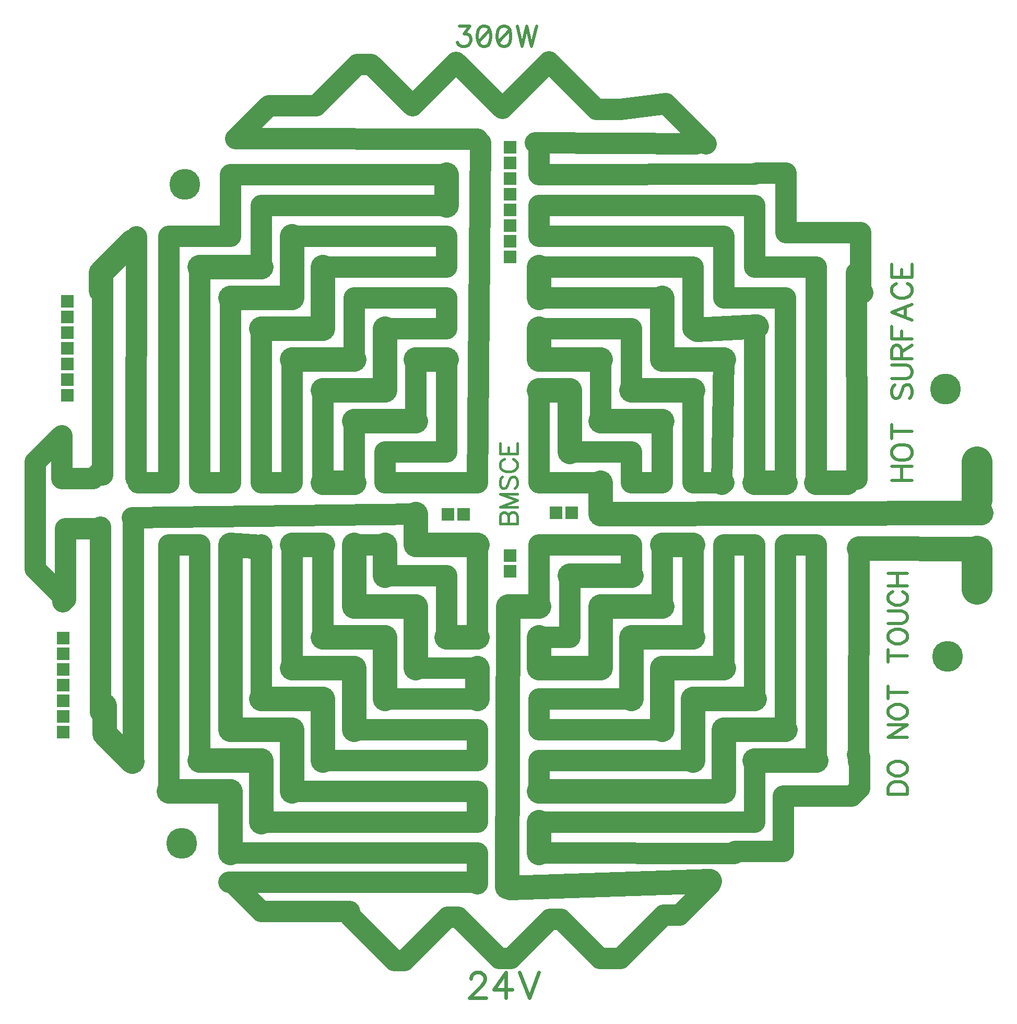
<source format=gbr>
G04 DipTrace 2.4.0.2*
%INTop24CIRCULAR.gbr*%
%MOIN*%
%ADD13C,0.1378*%
%ADD14C,0.1969*%
%ADD15C,0.0394*%
%ADD16C,0.1575*%
%ADD17C,0.0787*%
%ADD19R,0.0787X0.0787*%
%ADD27C,0.0247*%
%ADD28C,0.017*%
%ADD29C,0.0201*%
%ADD30C,0.0185*%
%FSLAX44Y44*%
G04*
G70*
G90*
G75*
G01*
%LNTop*%
%LPD*%
X18939Y12625D2*
D13*
X19126D1*
X21001Y10750D1*
X26627D1*
Y10500D1*
X29502Y7625D1*
X30127D1*
X32878Y10375D1*
X33565D1*
X36190Y7750D1*
X36940D1*
X39441Y10250D1*
X40128D1*
X42629Y7750D1*
X43941D1*
X46691Y10500D1*
X47692D1*
X49629Y12438D1*
X66694Y31315D2*
D14*
Y33753D1*
D15*
X66319Y33378D1*
X51254Y14563D2*
D13*
X54317D1*
Y18126D1*
X58693D1*
X59193Y18626D1*
Y20626D1*
X59068Y20751D1*
X19376Y60068D2*
X21501Y62193D1*
X24502D1*
X27127Y64818D1*
X28002D1*
X30659Y62162D1*
X33440Y64943D1*
X36378Y62006D1*
X39347Y64975D1*
X42379Y61943D1*
X43941D1*
X46817Y62318D1*
X49379Y59755D1*
X52630Y57880D2*
X54505D1*
Y54067D1*
X59255D1*
Y50379D1*
X59380Y50254D1*
X66694Y37003D2*
D14*
Y39441D1*
D15*
X66319Y39066D1*
X10750Y50379D2*
D16*
Y51505D1*
X12750Y53505D1*
X12875D1*
X11000Y23877D2*
Y22064D1*
X12750Y20314D1*
X10688Y35190D2*
D13*
X8500D1*
Y30690D1*
X8312Y30502D1*
X10688Y38816D2*
X10250Y38378D1*
X8250D1*
Y41128D1*
X6562Y39441D1*
Y32628D1*
X8500Y30690D1*
D14*
X16126Y57130D3*
X15938Y15063D3*
X64818Y27002D3*
X64693Y44066D3*
D19*
X36878Y52505D3*
Y53505D3*
Y54505D3*
Y55505D3*
Y56505D3*
Y57505D3*
Y58505D3*
Y59505D3*
X8625Y43691D3*
Y44691D3*
Y45691D3*
Y46691D3*
Y47691D3*
Y48691D3*
Y49691D3*
X8375Y22189D3*
Y23189D3*
Y24189D3*
Y25189D3*
Y26189D3*
Y27189D3*
Y28189D3*
X32940Y36065D3*
X33940D3*
X39816Y36190D3*
X40816D3*
X36878Y32440D3*
Y33440D3*
Y12250D2*
D16*
X49629Y12688D1*
X19126Y12625D2*
D13*
X34534Y12599D1*
X19376Y60068D2*
X34784Y60042D1*
X38503Y59818D2*
X48754Y59755D1*
X13118Y38096D2*
D17*
G02X13118Y38096I13J0D01*
G01*
X15099D2*
D13*
X13131D1*
X13118D2*
D17*
G02X13118Y38096I13J0D01*
G01*
X15086D2*
G02X15086Y38096I13J0D01*
G01*
X15099Y53844D2*
D13*
Y38096D1*
X15086D2*
D17*
G02X15086Y38096I13J0D01*
G01*
Y53844D2*
G02X15086Y53844I13J0D01*
G01*
X19036D2*
D13*
X15099D1*
X15086D2*
D17*
G02X15086Y53844I13J0D01*
G01*
X19023D2*
G02X19023Y53844I13J0D01*
G01*
X19036Y57781D2*
D13*
Y53844D1*
X19023D2*
D17*
G02X19023Y53844I13J0D01*
G01*
Y57781D2*
G02X19023Y57781I13J0D01*
G01*
X32816D2*
D13*
X19036D1*
X19023D2*
D17*
G02X19023Y57781I13J0D01*
G01*
X32803D2*
G02X32803Y57781I13J0D01*
G01*
X32816Y55813D2*
D16*
Y57781D1*
X32803D2*
D17*
G02X32803Y57781I13J0D01*
G01*
Y55813D2*
G02X32803Y55813I13J0D01*
G01*
X21005D2*
D13*
X32816D1*
X32803D2*
D17*
G02X32803Y55813I13J0D01*
G01*
X20992D2*
G02X20992Y55813I13J0D01*
G01*
X21005Y51876D2*
D13*
Y55813D1*
X20992D2*
D17*
G02X20992Y55813I13J0D01*
G01*
Y51876D2*
G02X20992Y51876I13J0D01*
G01*
X17068D2*
D16*
X21005D1*
X20992D2*
D17*
G02X20992Y51876I13J0D01*
G01*
X17055D2*
G02X17055Y51876I13J0D01*
G01*
X17068Y38096D2*
D13*
Y51876D1*
X17055D2*
D17*
G02X17055Y51876I13J0D01*
G01*
Y38096D2*
G02X17055Y38096I13J0D01*
G01*
X19036D2*
D13*
X17068D1*
X17055D2*
D17*
G02X17055Y38096I13J0D01*
G01*
X19023D2*
G02X19023Y38096I13J0D01*
G01*
X19036Y49907D2*
D13*
Y38096D1*
X19023D2*
D17*
G02X19023Y38096I13J0D01*
G01*
Y49907D2*
G02X19023Y49907I13J0D01*
G01*
X22973D2*
D16*
X19036D1*
X19023D2*
D17*
G02X19023Y49907I13J0D01*
G01*
X22960D2*
G02X22960Y49907I13J0D01*
G01*
X22973Y53844D2*
D16*
Y49907D1*
X22960D2*
D17*
G02X22960Y49907I13J0D01*
G01*
Y53844D2*
G02X22960Y53844I13J0D01*
G01*
X32816D2*
D13*
X22973D1*
X22960D2*
D17*
G02X22960Y53844I13J0D01*
G01*
X32803D2*
G02X32803Y53844I13J0D01*
G01*
X32816Y51876D2*
D13*
Y53844D1*
X32803D2*
D17*
G02X32803Y53844I13J0D01*
G01*
Y51876D2*
G02X32803Y51876I13J0D01*
G01*
X24942D2*
D13*
X32816D1*
X32803D2*
D17*
G02X32803Y51876I13J0D01*
G01*
X24929D2*
G02X24929Y51876I13J0D01*
G01*
X24942Y47939D2*
D16*
Y51876D1*
X24929D2*
D17*
G02X24929Y51876I13J0D01*
G01*
Y47939D2*
G02X24929Y47939I13J0D01*
G01*
X21005D2*
D16*
X24942D1*
X24929D2*
D17*
G02X24929Y47939I13J0D01*
G01*
X20992D2*
G02X20992Y47939I13J0D01*
G01*
X21005Y38096D2*
D13*
Y47939D1*
X20992D2*
D17*
G02X20992Y47939I13J0D01*
G01*
Y38096D2*
G02X20992Y38096I13J0D01*
G01*
X22973D2*
D13*
X21005D1*
X20992D2*
D17*
G02X20992Y38096I13J0D01*
G01*
X22960D2*
G02X22960Y38096I13J0D01*
G01*
X22973Y45970D2*
D13*
Y38096D1*
X22960D2*
D17*
G02X22960Y38096I13J0D01*
G01*
Y45970D2*
G02X22960Y45970I13J0D01*
G01*
X26910D2*
D16*
X22973D1*
X22960D2*
D17*
G02X22960Y45970I13J0D01*
G01*
X26897D2*
G02X26897Y45970I13J0D01*
G01*
X26910Y49907D2*
D13*
Y45970D1*
X26897D2*
D17*
G02X26897Y45970I13J0D01*
G01*
Y49907D2*
G02X26897Y49907I13J0D01*
G01*
X32816D2*
D13*
X26910D1*
X26897D2*
D17*
G02X26897Y49907I13J0D01*
G01*
X32803D2*
G02X32803Y49907I13J0D01*
G01*
X32816Y47939D2*
D13*
Y49907D1*
X32803D2*
D17*
G02X32803Y49907I13J0D01*
G01*
Y47939D2*
G02X32803Y47939I13J0D01*
G01*
X28879D2*
D13*
X32816D1*
X32803D2*
D17*
G02X32803Y47939I13J0D01*
G01*
X28866D2*
G02X28866Y47939I13J0D01*
G01*
X28879Y44002D2*
D16*
Y47939D1*
X28866D2*
D17*
G02X28866Y47939I13J0D01*
G01*
Y44002D2*
G02X28866Y44002I13J0D01*
G01*
X24942D2*
D16*
X28879D1*
X28866D2*
D17*
G02X28866Y44002I13J0D01*
G01*
X24929D2*
G02X24929Y44002I13J0D01*
G01*
X24942Y38096D2*
D13*
Y44002D1*
X24929D2*
D17*
G02X24929Y44002I13J0D01*
G01*
Y38096D2*
G02X24929Y38096I13J0D01*
G01*
X26910D2*
D16*
X24942D1*
X24929D2*
D17*
G02X24929Y38096I13J0D01*
G01*
X26897D2*
G02X26897Y38096I13J0D01*
G01*
X26910Y42033D2*
D13*
Y38096D1*
X26897D2*
D17*
G02X26897Y38096I13J0D01*
G01*
Y42033D2*
G02X26897Y42033I13J0D01*
G01*
X30847D2*
D16*
X26910D1*
X26897D2*
D17*
G02X26897Y42033I13J0D01*
G01*
X30834D2*
G02X30834Y42033I13J0D01*
G01*
X30847Y45970D2*
D13*
Y42033D1*
X30834D2*
D17*
G02X30834Y42033I13J0D01*
G01*
Y45970D2*
G02X30834Y45970I13J0D01*
G01*
X32816D2*
D16*
X30847D1*
X30834D2*
D17*
G02X30834Y45970I13J0D01*
G01*
X32803D2*
G02X32803Y45970I13J0D01*
G01*
X32816Y40065D2*
D13*
Y45970D1*
X32803D2*
D17*
G02X32803Y45970I13J0D01*
G01*
Y40065D2*
G02X32803Y40065I13J0D01*
G01*
X28879D2*
D13*
X32816D1*
X32803D2*
D17*
G02X32803Y40065I13J0D01*
G01*
X28866D2*
G02X28866Y40065I13J0D01*
G01*
X28879Y38096D2*
D13*
Y40065D1*
X28866D2*
D17*
G02X28866Y40065I13J0D01*
G01*
Y38096D2*
G02X28866Y38096I13J0D01*
G01*
X34784D2*
D13*
X28879D1*
X28866D2*
D17*
G02X28866Y38096I13J0D01*
G01*
X34771D2*
G02X34771Y38096I13J0D01*
G01*
X34784D2*
D13*
X35003Y59818D1*
X34771Y38096D2*
D17*
G02X34771Y38096I13J0D01*
G01*
Y12506D2*
G02X34771Y12506I13J0D01*
G01*
X34784Y14474D2*
D13*
Y12506D1*
X34771D2*
D17*
G02X34771Y12506I13J0D01*
G01*
Y14474D2*
G02X34771Y14474I13J0D01*
G01*
X19036D2*
D13*
X34784D1*
X34771D2*
D17*
G02X34771Y14474I13J0D01*
G01*
X19023D2*
G02X19023Y14474I13J0D01*
G01*
X19036Y18411D2*
D16*
Y14474D1*
X19023D2*
D17*
G02X19023Y14474I13J0D01*
G01*
Y18411D2*
G02X19023Y18411I13J0D01*
G01*
X15099D2*
D16*
X19036D1*
X19023D2*
D17*
G02X19023Y18411I13J0D01*
G01*
X15086D2*
G02X15086Y18411I13J0D01*
G01*
X15099Y34159D2*
D13*
Y18411D1*
X15086D2*
D17*
G02X15086Y18411I13J0D01*
G01*
Y34159D2*
G02X15086Y34159I13J0D01*
G01*
X17068D2*
D13*
X15099D1*
X15086D2*
D17*
G02X15086Y34159I13J0D01*
G01*
X17055D2*
G02X17055Y34159I13J0D01*
G01*
X17068Y20380D2*
D13*
Y34159D1*
X17055D2*
D17*
G02X17055Y34159I13J0D01*
G01*
Y20380D2*
G02X17055Y20380I13J0D01*
G01*
X21005D2*
D16*
X17068D1*
X17055D2*
D17*
G02X17055Y20380I13J0D01*
G01*
X20992D2*
G02X20992Y20380I13J0D01*
G01*
X21005Y16443D2*
D16*
Y20380D1*
X20992D2*
D17*
G02X20992Y20380I13J0D01*
G01*
Y16443D2*
G02X20992Y16443I13J0D01*
G01*
X34784D2*
D13*
X21005D1*
X20992D2*
D17*
G02X20992Y16443I13J0D01*
G01*
X34771D2*
G02X34771Y16443I13J0D01*
G01*
X34784Y18411D2*
D13*
Y16443D1*
X34771D2*
D17*
G02X34771Y16443I13J0D01*
G01*
Y18411D2*
G02X34771Y18411I13J0D01*
G01*
X22973D2*
D13*
X34784D1*
X34771D2*
D17*
G02X34771Y18411I13J0D01*
G01*
X22960D2*
G02X22960Y18411I13J0D01*
G01*
X22973Y22348D2*
D16*
Y18411D1*
X22960D2*
D17*
G02X22960Y18411I13J0D01*
G01*
Y22348D2*
G02X22960Y22348I13J0D01*
G01*
X19036D2*
D16*
X22973D1*
X22960D2*
D17*
G02X22960Y22348I13J0D01*
G01*
X19023D2*
G02X19023Y22348I13J0D01*
G01*
X19036Y34159D2*
D16*
Y22348D1*
X19023D2*
D17*
G02X19023Y22348I13J0D01*
G01*
Y34159D2*
G02X19023Y34159I13J0D01*
G01*
X20939Y34003D2*
D16*
X19036Y34159D1*
X19023D2*
D17*
G02X19023Y34159I13J0D01*
G01*
X20992D2*
G02X20992Y34159I13J0D01*
G01*
X21005Y24317D2*
D13*
Y34159D1*
X20992D2*
D17*
G02X20992Y34159I13J0D01*
G01*
Y24317D2*
G02X20992Y24317I13J0D01*
G01*
X24942D2*
D16*
X21005D1*
X20992D2*
D17*
G02X20992Y24317I13J0D01*
G01*
X24929D2*
G02X24929Y24317I13J0D01*
G01*
X24942Y20380D2*
D16*
Y24317D1*
X24929D2*
D17*
G02X24929Y24317I13J0D01*
G01*
Y20380D2*
G02X24929Y20380I13J0D01*
G01*
X34784D2*
D13*
X24942D1*
X24929D2*
D17*
G02X24929Y20380I13J0D01*
G01*
X34771D2*
G02X34771Y20380I13J0D01*
G01*
X34784Y22348D2*
D13*
Y20380D1*
X34771D2*
D17*
G02X34771Y20380I13J0D01*
G01*
Y22348D2*
G02X34771Y22348I13J0D01*
G01*
X26910D2*
D13*
X34784D1*
X34771D2*
D17*
G02X34771Y22348I13J0D01*
G01*
X26897D2*
G02X26897Y22348I13J0D01*
G01*
X26910Y26285D2*
D16*
Y22348D1*
X26897D2*
D17*
G02X26897Y22348I13J0D01*
G01*
Y26285D2*
G02X26897Y26285I13J0D01*
G01*
X22973D2*
D16*
X26910D1*
X26897D2*
D17*
G02X26897Y26285I13J0D01*
G01*
X22960D2*
G02X22960Y26285I13J0D01*
G01*
X22973Y34159D2*
D13*
Y26285D1*
X22960D2*
D17*
G02X22960Y26285I13J0D01*
G01*
Y34159D2*
G02X22960Y34159I13J0D01*
G01*
X24942D2*
D16*
X22973D1*
X22960D2*
D17*
G02X22960Y34159I13J0D01*
G01*
X24929D2*
G02X24929Y34159I13J0D01*
G01*
X24942Y28254D2*
D13*
Y34159D1*
X24929D2*
D17*
G02X24929Y34159I13J0D01*
G01*
Y28254D2*
G02X24929Y28254I13J0D01*
G01*
X28879D2*
D16*
X24942D1*
X24929D2*
D17*
G02X24929Y28254I13J0D01*
G01*
X28866D2*
G02X28866Y28254I13J0D01*
G01*
X28879Y24317D2*
D16*
Y28254D1*
X28866D2*
D17*
G02X28866Y28254I13J0D01*
G01*
Y24317D2*
G02X28866Y24317I13J0D01*
G01*
X34784D2*
D13*
X28879D1*
X28866D2*
D17*
G02X28866Y24317I13J0D01*
G01*
X34771D2*
G02X34771Y24317I13J0D01*
G01*
X34784Y26285D2*
D16*
Y24317D1*
X34771D2*
D17*
G02X34771Y24317I13J0D01*
G01*
Y26285D2*
G02X34771Y26285I13J0D01*
G01*
X30847D2*
D13*
X34784D1*
X34771D2*
D17*
G02X34771Y26285I13J0D01*
G01*
X30834D2*
G02X30834Y26285I13J0D01*
G01*
X30847Y30222D2*
D16*
Y26285D1*
X30834D2*
D17*
G02X30834Y26285I13J0D01*
G01*
Y30222D2*
G02X30834Y30222I13J0D01*
G01*
X26910D2*
D16*
X30847D1*
X30834D2*
D17*
G02X30834Y30222I13J0D01*
G01*
X26897D2*
G02X26897Y30222I13J0D01*
G01*
X26910Y34159D2*
D16*
Y30222D1*
X26897D2*
D17*
G02X26897Y30222I13J0D01*
G01*
Y34159D2*
G02X26897Y34159I13J0D01*
G01*
X28879D2*
D13*
X26910D1*
X26897D2*
D17*
G02X26897Y34159I13J0D01*
G01*
X28866D2*
G02X28866Y34159I13J0D01*
G01*
X28879Y32191D2*
D16*
Y34159D1*
X28866D2*
D17*
G02X28866Y34159I13J0D01*
G01*
Y32191D2*
G02X28866Y32191I13J0D01*
G01*
X32816D2*
D13*
X28879D1*
X28866D2*
D17*
G02X28866Y32191I13J0D01*
G01*
X32803D2*
G02X32803Y32191I13J0D01*
G01*
X32816Y28254D2*
D13*
Y32191D1*
X32803D2*
D17*
G02X32803Y32191I13J0D01*
G01*
Y28254D2*
G02X32803Y28254I13J0D01*
G01*
X34784D2*
D16*
X32816D1*
X32803D2*
D17*
G02X32803Y28254I13J0D01*
G01*
X34771D2*
G02X34771Y28254I13J0D01*
G01*
X34784Y34159D2*
D13*
Y28254D1*
X34771D2*
D17*
G02X34771Y28254I13J0D01*
G01*
Y34159D2*
G02X34771Y34159I13J0D01*
G01*
X30847D2*
D16*
X34784D1*
X34771D2*
D17*
G02X34771Y34159I13J0D01*
G01*
X30834D2*
G02X30834Y34159I13J0D01*
G01*
X30847Y36128D2*
D16*
Y34159D1*
X30834D2*
D17*
G02X30834Y34159I13J0D01*
G01*
Y36128D2*
G02X30834Y36128I13J0D01*
G01*
X12750Y35878D2*
D13*
X30847Y36128D1*
X30834D2*
D17*
G02X30834Y36128I13J0D01*
G01*
X60388Y34159D2*
Y34160D1*
X60389Y34161D1*
X60391Y34162D1*
X60393Y34163D1*
X60395Y34164D1*
X60399Y34165D1*
X60402Y34166D1*
X60407D1*
X60411Y34167D1*
X60416Y34168D1*
X60422D1*
X60428Y34169D1*
X60435Y34170D1*
X60442D1*
X60449Y34171D1*
X60456D1*
X60464Y34172D1*
X60472D1*
X60480D1*
X60488D1*
X60497D1*
X60505D1*
X60514D1*
X60522D1*
X60530D1*
X60539D1*
X60547D1*
X60555D1*
X60562Y34171D1*
X60570D1*
X60577Y34170D1*
X60584D1*
X60590Y34169D1*
X60596Y34168D1*
X60602D1*
X60607Y34167D1*
X60612Y34166D1*
X60616D1*
X60620Y34165D1*
X60623Y34164D1*
X60626Y34163D1*
X60628Y34162D1*
X60629Y34161D1*
X60630Y34160D1*
Y34159D1*
Y34158D1*
X60629D1*
X60628Y34157D1*
X60626Y34156D1*
X60623Y34155D1*
X60620Y34154D1*
X60616Y34153D1*
X60612Y34152D1*
X60607D1*
X60602Y34151D1*
X60596Y34150D1*
X60590D1*
X60584Y34149D1*
X60577D1*
X60570Y34148D1*
X60562D1*
X60555Y34147D1*
X60547D1*
X60539D1*
X60530Y34146D1*
X60522D1*
X60514D1*
X60505D1*
X60497D1*
X60488D1*
X60480Y34147D1*
X60472D1*
X60464D1*
X60456Y34148D1*
X60449D1*
X60442Y34149D1*
X60435D1*
X60428Y34150D1*
X60422D1*
X60416Y34151D1*
X60411Y34152D1*
X60407D1*
X60402Y34153D1*
X60399Y34154D1*
X60395Y34155D1*
X60393Y34156D1*
X60391Y34157D1*
X60389Y34158D1*
X60388D1*
Y34159D1*
X59157Y33909D2*
D16*
X66881Y33878D1*
X60362Y34159D2*
D17*
G02X60362Y34159I13J0D01*
G01*
X59130Y20314D2*
D13*
X59157Y33784D1*
X13003Y38412D2*
X13029Y53820D1*
X12816Y20410D2*
X12842Y35818D1*
X10848Y38600D2*
Y50411D1*
X38721Y14474D2*
X51192Y14438D1*
X38708Y14474D2*
D17*
G02X38708Y14474I13J0D01*
G01*
X38721Y16443D2*
D16*
Y14474D1*
X38708D2*
D17*
G02X38708Y14474I13J0D01*
G01*
Y16443D2*
G02X38708Y16443I13J0D01*
G01*
X52501D2*
D13*
X38721D1*
X38708D2*
D17*
G02X38708Y16443I13J0D01*
G01*
X52488D2*
G02X52488Y16443I13J0D01*
G01*
X52501Y20380D2*
D13*
Y16443D1*
X52488D2*
D17*
G02X52488Y16443I13J0D01*
G01*
Y20380D2*
G02X52488Y20380I13J0D01*
G01*
X56438D2*
D16*
X52501D1*
X52488D2*
D17*
G02X52488Y20380I13J0D01*
G01*
X56425D2*
G02X56425Y20380I13J0D01*
G01*
X56438Y34159D2*
D13*
Y20380D1*
X56425D2*
D17*
G02X56425Y20380I13J0D01*
G01*
Y34159D2*
G02X56425Y34159I13J0D01*
G01*
X54469D2*
D13*
X56438D1*
X56425D2*
D17*
G02X56425Y34159I13J0D01*
G01*
X54456D2*
G02X54456Y34159I13J0D01*
G01*
X54469Y22348D2*
D13*
Y34159D1*
X54456D2*
D17*
G02X54456Y34159I13J0D01*
G01*
Y22348D2*
G02X54456Y22348I13J0D01*
G01*
X50532D2*
D16*
X54469D1*
X54456D2*
D17*
G02X54456Y22348I13J0D01*
G01*
X50519D2*
G02X50519Y22348I13J0D01*
G01*
X50532Y18411D2*
D16*
Y22348D1*
X50519D2*
D17*
G02X50519Y22348I13J0D01*
G01*
Y18411D2*
G02X50519Y18411I13J0D01*
G01*
X38721D2*
D16*
X50532D1*
X50519D2*
D17*
G02X50519Y18411I13J0D01*
G01*
X38708D2*
G02X38708Y18411I13J0D01*
G01*
X38721Y20380D2*
D13*
Y18411D1*
X38708D2*
D17*
G02X38708Y18411I13J0D01*
G01*
Y20380D2*
G02X38708Y20380I13J0D01*
G01*
X48564D2*
D13*
X38721D1*
X38708D2*
D17*
G02X38708Y20380I13J0D01*
G01*
X48551D2*
G02X48551Y20380I13J0D01*
G01*
X48564Y24317D2*
D16*
Y20380D1*
X48551D2*
D17*
G02X48551Y20380I13J0D01*
G01*
Y24317D2*
G02X48551Y24317I13J0D01*
G01*
X52501D2*
D16*
X48564D1*
X48551D2*
D17*
G02X48551Y24317I13J0D01*
G01*
X52488D2*
G02X52488Y24317I13J0D01*
G01*
X52501Y34159D2*
D13*
Y24317D1*
X52488D2*
D17*
G02X52488Y24317I13J0D01*
G01*
Y34159D2*
G02X52488Y34159I13J0D01*
G01*
X50532D2*
D13*
X52501D1*
X52488D2*
D17*
G02X52488Y34159I13J0D01*
G01*
X50519D2*
G02X50519Y34159I13J0D01*
G01*
X50532Y26285D2*
D13*
Y34159D1*
X50519D2*
D17*
G02X50519Y34159I13J0D01*
G01*
Y26285D2*
G02X50519Y26285I13J0D01*
G01*
X46595D2*
D16*
X50532D1*
X50519D2*
D17*
G02X50519Y26285I13J0D01*
G01*
X46582D2*
G02X46582Y26285I13J0D01*
G01*
X46595Y22348D2*
D16*
Y26285D1*
X46582D2*
D17*
G02X46582Y26285I13J0D01*
G01*
Y22348D2*
G02X46582Y22348I13J0D01*
G01*
X38721D2*
D13*
X46595D1*
X46582D2*
D17*
G02X46582Y22348I13J0D01*
G01*
X38708D2*
G02X38708Y22348I13J0D01*
G01*
X38721Y24317D2*
D13*
Y22348D1*
X38708D2*
D17*
G02X38708Y22348I13J0D01*
G01*
Y24317D2*
G02X38708Y24317I13J0D01*
G01*
X44627D2*
D13*
X38721D1*
X38708D2*
D17*
G02X38708Y24317I13J0D01*
G01*
X44614D2*
G02X44614Y24317I13J0D01*
G01*
X44627Y28254D2*
D16*
Y24317D1*
X44614D2*
D17*
G02X44614Y24317I13J0D01*
G01*
Y28254D2*
G02X44614Y28254I13J0D01*
G01*
X48564D2*
D16*
X44627D1*
X44614D2*
D17*
G02X44614Y28254I13J0D01*
G01*
X48551D2*
G02X48551Y28254I13J0D01*
G01*
X48564Y34159D2*
D13*
Y28254D1*
X48551D2*
D17*
G02X48551Y28254I13J0D01*
G01*
Y34159D2*
G02X48551Y34159I13J0D01*
G01*
X46595D2*
D16*
X48564D1*
X48551D2*
D17*
G02X48551Y34159I13J0D01*
G01*
X46582D2*
G02X46582Y34159I13J0D01*
G01*
X46595Y30222D2*
D13*
Y34159D1*
X46582D2*
D17*
G02X46582Y34159I13J0D01*
G01*
Y30222D2*
G02X46582Y30222I13J0D01*
G01*
X42658D2*
D16*
X46595D1*
X46582D2*
D17*
G02X46582Y30222I13J0D01*
G01*
X42645D2*
G02X42645Y30222I13J0D01*
G01*
X42658Y26285D2*
D16*
Y30222D1*
X42645D2*
D17*
G02X42645Y30222I13J0D01*
G01*
Y26285D2*
G02X42645Y26285I13J0D01*
G01*
X38721D2*
D16*
X42658D1*
X42645D2*
D17*
G02X42645Y26285I13J0D01*
G01*
X38708D2*
G02X38708Y26285I13J0D01*
G01*
X38721Y28254D2*
D16*
Y26285D1*
X38708D2*
D17*
G02X38708Y26285I13J0D01*
G01*
Y28254D2*
G02X38708Y28254I13J0D01*
G01*
X40690D2*
D13*
X38721D1*
X38708D2*
D17*
G02X38708Y28254I13J0D01*
G01*
X40677D2*
G02X40677Y28254I13J0D01*
G01*
X40690Y32191D2*
D13*
Y28254D1*
X40677D2*
D17*
G02X40677Y28254I13J0D01*
G01*
Y32191D2*
G02X40677Y32191I13J0D01*
G01*
X44627D2*
D16*
X40690D1*
X40677D2*
D17*
G02X40677Y32191I13J0D01*
G01*
X44614D2*
G02X44614Y32191I13J0D01*
G01*
X44627Y34159D2*
D13*
Y32191D1*
X44614D2*
D17*
G02X44614Y32191I13J0D01*
G01*
Y34159D2*
G02X44614Y34159I13J0D01*
G01*
X38721D2*
D13*
X44627D1*
X44614D2*
D17*
G02X44614Y34159I13J0D01*
G01*
X38708D2*
G02X38708Y34159I13J0D01*
G01*
X38721D2*
D13*
Y30222D1*
X38708D2*
D17*
G02X38708Y30222I13J0D01*
G01*
Y34159D2*
G02X38708Y34159I13J0D01*
G01*
X38721Y30222D2*
D16*
X36753D1*
X36740D2*
D17*
G02X36740Y30222I13J0D01*
G01*
X38708D2*
G02X38708Y30222I13J0D01*
G01*
X36753D2*
D16*
X36690Y12313D1*
X36740Y30222D2*
D17*
G02X36740Y30222I13J0D01*
G01*
X38708Y59750D2*
G02X38708Y59750I13J0D01*
G01*
X38721Y57781D2*
D13*
Y59750D1*
X38708D2*
D17*
G02X38708Y59750I13J0D01*
G01*
Y57781D2*
G02X38708Y57781I13J0D01*
G01*
X52505Y57818D2*
D13*
X38721Y57781D1*
X38708D2*
D17*
G02X38708Y57781I13J0D01*
G01*
X59032Y38346D2*
D13*
X59005Y51505D1*
X58393Y38096D2*
D17*
G02X58393Y38096I13J0D01*
G01*
X56438D2*
D16*
X58406D1*
X58393D2*
D17*
G02X58393Y38096I13J0D01*
G01*
X56425D2*
G02X56425Y38096I13J0D01*
G01*
X56438Y51876D2*
D13*
Y38096D1*
X56425D2*
D17*
G02X56425Y38096I13J0D01*
G01*
Y51876D2*
G02X56425Y51876I13J0D01*
G01*
X52501D2*
D13*
X56438D1*
X56425D2*
D17*
G02X56425Y51876I13J0D01*
G01*
X52488D2*
G02X52488Y51876I13J0D01*
G01*
X52501Y55813D2*
D13*
Y51876D1*
X52488D2*
D17*
G02X52488Y51876I13J0D01*
G01*
Y55813D2*
G02X52488Y55813I13J0D01*
G01*
X38721D2*
D13*
X52501D1*
X52488D2*
D17*
G02X52488Y55813I13J0D01*
G01*
X38708D2*
G02X38708Y55813I13J0D01*
G01*
X38721Y53844D2*
D13*
Y55813D1*
X38708D2*
D17*
G02X38708Y55813I13J0D01*
G01*
Y53844D2*
G02X38708Y53844I13J0D01*
G01*
X50532D2*
D13*
X38721D1*
X38708D2*
D17*
G02X38708Y53844I13J0D01*
G01*
X50519D2*
G02X50519Y53844I13J0D01*
G01*
X50532Y49907D2*
D13*
Y53844D1*
X50519D2*
D17*
G02X50519Y53844I13J0D01*
G01*
Y49907D2*
G02X50519Y49907I13J0D01*
G01*
X54469D2*
D13*
X50532D1*
X50519D2*
D17*
G02X50519Y49907I13J0D01*
G01*
X54456D2*
G02X54456Y49907I13J0D01*
G01*
X54469Y38096D2*
D13*
Y49907D1*
X54456D2*
D17*
G02X54456Y49907I13J0D01*
G01*
Y38096D2*
G02X54456Y38096I13J0D01*
G01*
X52501D2*
D16*
X54469D1*
X54456D2*
D17*
G02X54456Y38096I13J0D01*
G01*
X52488D2*
G02X52488Y38096I13J0D01*
G01*
X52501Y47939D2*
D13*
Y38096D1*
X52488D2*
D17*
G02X52488Y38096I13J0D01*
G01*
Y47939D2*
G02X52488Y47939I13J0D01*
G01*
X48817Y47879D2*
D16*
X52626Y48064D1*
X52488Y47939D2*
D17*
G02X52488Y47939I13J0D01*
G01*
X48551D2*
G02X48551Y47939I13J0D01*
G01*
X48564Y51876D2*
D13*
Y47939D1*
X48551D2*
D17*
G02X48551Y47939I13J0D01*
G01*
Y51876D2*
G02X48551Y51876I13J0D01*
G01*
X38721D2*
D13*
X48564D1*
X48551D2*
D17*
G02X48551Y51876I13J0D01*
G01*
X38708D2*
G02X38708Y51876I13J0D01*
G01*
X38721Y49907D2*
D16*
Y51876D1*
X38708D2*
D17*
G02X38708Y51876I13J0D01*
G01*
Y49907D2*
G02X38708Y49907I13J0D01*
G01*
X46595D2*
D13*
X38721D1*
X38708D2*
D17*
G02X38708Y49907I13J0D01*
G01*
X46582D2*
G02X46582Y49907I13J0D01*
G01*
X46595Y45970D2*
D16*
Y49907D1*
X46582D2*
D17*
G02X46582Y49907I13J0D01*
G01*
Y45970D2*
G02X46582Y45970I13J0D01*
G01*
X50532D2*
D16*
X46595D1*
X46582D2*
D17*
G02X46582Y45970I13J0D01*
G01*
X50519D2*
G02X50519Y45970I13J0D01*
G01*
X50379Y38003D2*
D13*
X50532Y45970D1*
X50519D2*
D17*
G02X50519Y45970I13J0D01*
G01*
Y38096D2*
G02X50519Y38096I13J0D01*
G01*
X48564D2*
D13*
X50532D1*
X50519D2*
D17*
G02X50519Y38096I13J0D01*
G01*
X48551D2*
G02X48551Y38096I13J0D01*
G01*
X48564Y44002D2*
D13*
Y38096D1*
X48551D2*
D17*
G02X48551Y38096I13J0D01*
G01*
Y44002D2*
G02X48551Y44002I13J0D01*
G01*
X44627D2*
D16*
X48564D1*
X48551D2*
D17*
G02X48551Y44002I13J0D01*
G01*
X44614D2*
G02X44614Y44002I13J0D01*
G01*
X44627Y47939D2*
D13*
Y44002D1*
X44614D2*
D17*
G02X44614Y44002I13J0D01*
G01*
Y47939D2*
G02X44614Y47939I13J0D01*
G01*
X38721D2*
D13*
X44627D1*
X44614D2*
D17*
G02X44614Y47939I13J0D01*
G01*
X38708D2*
G02X38708Y47939I13J0D01*
G01*
X38721Y45970D2*
D16*
Y47939D1*
X38708D2*
D17*
G02X38708Y47939I13J0D01*
G01*
Y45970D2*
G02X38708Y45970I13J0D01*
G01*
X42658D2*
D16*
X38721D1*
X38708D2*
D17*
G02X38708Y45970I13J0D01*
G01*
X42645D2*
G02X42645Y45970I13J0D01*
G01*
X42658Y42033D2*
D13*
Y45970D1*
X42645D2*
D17*
G02X42645Y45970I13J0D01*
G01*
Y42033D2*
G02X42645Y42033I13J0D01*
G01*
X46595D2*
D16*
X42658D1*
X42645D2*
D17*
G02X42645Y42033I13J0D01*
G01*
X46582D2*
G02X46582Y42033I13J0D01*
G01*
X46595Y38096D2*
D13*
Y42033D1*
X46582D2*
D17*
G02X46582Y42033I13J0D01*
G01*
Y38096D2*
G02X46582Y38096I13J0D01*
G01*
X44627D2*
D13*
X46595D1*
X46582D2*
D17*
G02X46582Y38096I13J0D01*
G01*
X44614D2*
G02X44614Y38096I13J0D01*
G01*
X44627Y40065D2*
D13*
Y38096D1*
X44614D2*
D17*
G02X44614Y38096I13J0D01*
G01*
Y40065D2*
G02X44614Y40065I13J0D01*
G01*
X40690D2*
D13*
X44627D1*
X44614D2*
D17*
G02X44614Y40065I13J0D01*
G01*
X40677D2*
G02X40677Y40065I13J0D01*
G01*
X40690Y44002D2*
D16*
Y40065D1*
X40677D2*
D17*
G02X40677Y40065I13J0D01*
G01*
Y44002D2*
G02X40677Y44002I13J0D01*
G01*
X38721D2*
D16*
X40690D1*
X40677D2*
D17*
G02X40677Y44002I13J0D01*
G01*
X38708D2*
G02X38708Y44002I13J0D01*
G01*
X38721Y38096D2*
D13*
Y44002D1*
X38708D2*
D17*
G02X38708Y44002I13J0D01*
G01*
Y38096D2*
G02X38708Y38096I13J0D01*
G01*
X42658D2*
D13*
X38721D1*
X38708D2*
D17*
G02X38708Y38096I13J0D01*
G01*
X42645D2*
G02X42645Y38096I13J0D01*
G01*
X42658Y36128D2*
D16*
Y38096D1*
X42645D2*
D17*
G02X42645Y38096I13J0D01*
G01*
Y36128D2*
G02X42645Y36128I13J0D01*
G01*
X66944Y36190D2*
D16*
X42658Y36128D1*
X42645D2*
D17*
G02X42645Y36128I13J0D01*
G01*
X10723Y23473D2*
D13*
Y35285D1*
X34377Y6448D2*
D27*
Y6524D1*
X34453Y6678D1*
X34529Y6754D1*
X34683Y6830D1*
X34989D1*
X35141Y6754D1*
X35217Y6678D1*
X35295Y6524D1*
Y6372D1*
X35217Y6218D1*
X35065Y5990D1*
X34299Y5225D1*
X35371D1*
X36631D2*
Y6830D1*
X35865Y5760D1*
X37013D1*
X37507Y6832D2*
X38119Y5225D1*
X38731Y6832D1*
X36251Y35472D2*
D28*
X37356D1*
Y35946D1*
X37303Y36104D1*
X37250Y36157D1*
X37146Y36209D1*
X36988D1*
X36882Y36157D1*
X36830Y36104D1*
X36777Y35946D1*
X36724Y36104D1*
X36672Y36157D1*
X36567Y36209D1*
X36461D1*
X36357Y36157D1*
X36303Y36104D1*
X36251Y35946D1*
Y35472D1*
X36777D2*
Y35946D1*
X37356Y37390D2*
X36251D1*
X37356Y36969D1*
X36251Y36549D1*
X37356D1*
X36409Y38466D2*
X36303Y38362D1*
X36251Y38204D1*
Y37993D1*
X36303Y37835D1*
X36409Y37730D1*
X36514D1*
X36619Y37783D1*
X36672Y37835D1*
X36724Y37940D1*
X36830Y38256D1*
X36882Y38362D1*
X36936Y38414D1*
X37040Y38466D1*
X37198D1*
X37303Y38362D1*
X37356Y38204D1*
Y37993D1*
X37303Y37835D1*
X37198Y37730D1*
X36514Y39595D2*
X36409Y39543D1*
X36303Y39437D1*
X36251Y39333D1*
Y39122D1*
X36303Y39017D1*
X36409Y38912D1*
X36514Y38858D1*
X36672Y38806D1*
X36936D1*
X37092Y38858D1*
X37198Y38912D1*
X37303Y39017D1*
X37356Y39122D1*
Y39333D1*
X37303Y39437D1*
X37198Y39543D1*
X37092Y39595D1*
X36251Y40618D2*
Y39935D1*
X37356D1*
Y40618D1*
X36777Y39935D2*
Y40356D1*
X33651Y67251D2*
D29*
X34333D1*
X33961Y66754D1*
X34148D1*
X34272Y66692D1*
X34333Y66631D1*
X34397Y66444D1*
Y66320D1*
X34333Y66133D1*
X34210Y66008D1*
X34023Y65947D1*
X33836D1*
X33651Y66008D1*
X33589Y66072D1*
X33526Y66195D1*
X35172Y67251D2*
X34985Y67190D1*
X34860Y67003D1*
X34798Y66692D1*
Y66506D1*
X34860Y66195D1*
X34985Y66008D1*
X35172Y65947D1*
X35295D1*
X35482Y66008D1*
X35606Y66195D1*
X35669Y66506D1*
Y66692D1*
X35606Y67003D1*
X35482Y67190D1*
X35295Y67251D1*
X35172D1*
X35606Y67003D2*
X34860Y66195D1*
X36444Y67251D2*
X36257Y67190D1*
X36132Y67003D1*
X36070Y66692D1*
Y66506D1*
X36132Y66195D1*
X36257Y66008D1*
X36444Y65947D1*
X36567D1*
X36754Y66008D1*
X36878Y66195D1*
X36941Y66506D1*
Y66692D1*
X36878Y67003D1*
X36754Y67190D1*
X36567Y67251D1*
X36444D1*
X36878Y67003D2*
X36132Y66195D1*
X37343Y67253D2*
X37654Y65947D1*
X37965Y67253D1*
X38275Y65947D1*
X38587Y67253D1*
X61037Y18219D2*
D30*
X62243D1*
Y18621D1*
X62185Y18793D1*
X62071Y18908D1*
X61955Y18965D1*
X61784Y19022D1*
X61496D1*
X61324Y18965D1*
X61210Y18908D1*
X61095Y18793D1*
X61037Y18621D1*
Y18219D1*
Y19738D2*
X61095Y19622D1*
X61210Y19508D1*
X61324Y19450D1*
X61496Y19393D1*
X61784D1*
X61955Y19450D1*
X62071Y19508D1*
X62185Y19622D1*
X62243Y19738D1*
Y19967D1*
X62185Y20081D1*
X62071Y20197D1*
X61955Y20254D1*
X61784Y20311D1*
X61496D1*
X61324Y20254D1*
X61210Y20197D1*
X61095Y20081D1*
X61037Y19967D1*
Y19738D1*
Y22652D2*
X62243D1*
X61037Y21848D1*
X62243D1*
X61037Y23367D2*
X61095Y23252D1*
X61210Y23138D1*
X61324Y23079D1*
X61496Y23022D1*
X61784D1*
X61955Y23079D1*
X62071Y23138D1*
X62185Y23252D1*
X62243Y23367D1*
Y23597D1*
X62185Y23711D1*
X62071Y23826D1*
X61955Y23883D1*
X61784Y23940D1*
X61496D1*
X61324Y23883D1*
X61210Y23826D1*
X61095Y23711D1*
X61037Y23597D1*
Y23367D1*
Y24713D2*
X62243D1*
X61037Y24311D2*
Y25115D1*
Y27053D2*
X62243D1*
X61037Y26652D2*
Y27455D1*
Y28171D2*
X61095Y28055D1*
X61210Y27941D1*
X61324Y27883D1*
X61496Y27826D1*
X61784D1*
X61955Y27883D1*
X62071Y27941D1*
X62185Y28055D1*
X62243Y28171D1*
Y28400D1*
X62185Y28514D1*
X62071Y28630D1*
X61955Y28687D1*
X61784Y28744D1*
X61496D1*
X61324Y28687D1*
X61210Y28630D1*
X61095Y28514D1*
X61037Y28400D1*
Y28171D1*
Y29114D2*
X61898D1*
X62071Y29171D1*
X62185Y29287D1*
X62243Y29459D1*
Y29573D1*
X62185Y29746D1*
X62071Y29861D1*
X61898Y29918D1*
X61037D1*
X61324Y31150D2*
X61210Y31093D1*
X61095Y30977D1*
X61037Y30863D1*
Y30634D1*
X61095Y30518D1*
X61210Y30404D1*
X61324Y30346D1*
X61496Y30289D1*
X61784D1*
X61955Y30346D1*
X62071Y30404D1*
X62185Y30518D1*
X62243Y30634D1*
Y30863D1*
X62185Y30977D1*
X62071Y31093D1*
X61955Y31150D1*
X61037Y31520D2*
X62243D1*
X61037Y32324D2*
X62243D1*
X61612Y31520D2*
Y32324D1*
X61259Y38259D2*
D29*
X62565D1*
X61259Y39130D2*
X62565D1*
X61881Y38259D2*
Y39130D1*
X61259Y39905D2*
X61321Y39780D1*
X61446Y39656D1*
X61569Y39593D1*
X61756Y39531D1*
X62068D1*
X62253Y39593D1*
X62378Y39656D1*
X62502Y39780D1*
X62565Y39905D1*
Y40154D1*
X62502Y40277D1*
X62378Y40402D1*
X62253Y40464D1*
X62068Y40526D1*
X61756D1*
X61569Y40464D1*
X61446Y40402D1*
X61321Y40277D1*
X61259Y40154D1*
Y39905D1*
Y41363D2*
X62565D1*
X61259Y40927D2*
Y41798D1*
X61446Y44334D2*
X61321Y44210D1*
X61259Y44023D1*
Y43775D1*
X61321Y43588D1*
X61446Y43463D1*
X61569D1*
X61694Y43526D1*
X61756Y43588D1*
X61818Y43712D1*
X61943Y44085D1*
X62005Y44210D1*
X62068Y44272D1*
X62191Y44334D1*
X62378D1*
X62502Y44210D1*
X62565Y44023D1*
Y43775D1*
X62502Y43588D1*
X62378Y43463D1*
X61259Y44735D2*
X62191D1*
X62378Y44797D1*
X62502Y44922D1*
X62565Y45109D1*
Y45232D1*
X62502Y45419D1*
X62378Y45544D1*
X62191Y45606D1*
X61259D1*
X61881Y46008D2*
Y46567D1*
X61818Y46753D1*
X61756Y46817D1*
X61632Y46878D1*
X61507D1*
X61384Y46817D1*
X61321Y46753D1*
X61259Y46567D1*
Y46008D1*
X62565D1*
X61881Y46443D2*
X62565Y46878D1*
X61259Y48089D2*
Y47280D1*
X62565D1*
X61881D2*
Y47777D1*
X62565Y49486D2*
X61259Y48987D1*
X62565Y48490D1*
X62130Y48677D2*
Y49299D1*
X61569Y50820D2*
X61446Y50758D1*
X61321Y50633D1*
X61259Y50510D1*
Y50261D1*
X61321Y50136D1*
X61446Y50013D1*
X61569Y49949D1*
X61756Y49887D1*
X62068D1*
X62253Y49949D1*
X62378Y50013D1*
X62502Y50136D1*
X62565Y50261D1*
Y50510D1*
X62502Y50633D1*
X62378Y50758D1*
X62253Y50820D1*
X61259Y52029D2*
Y51222D1*
X62565D1*
Y52029D1*
X61881Y51222D2*
Y51719D1*
M02*

</source>
